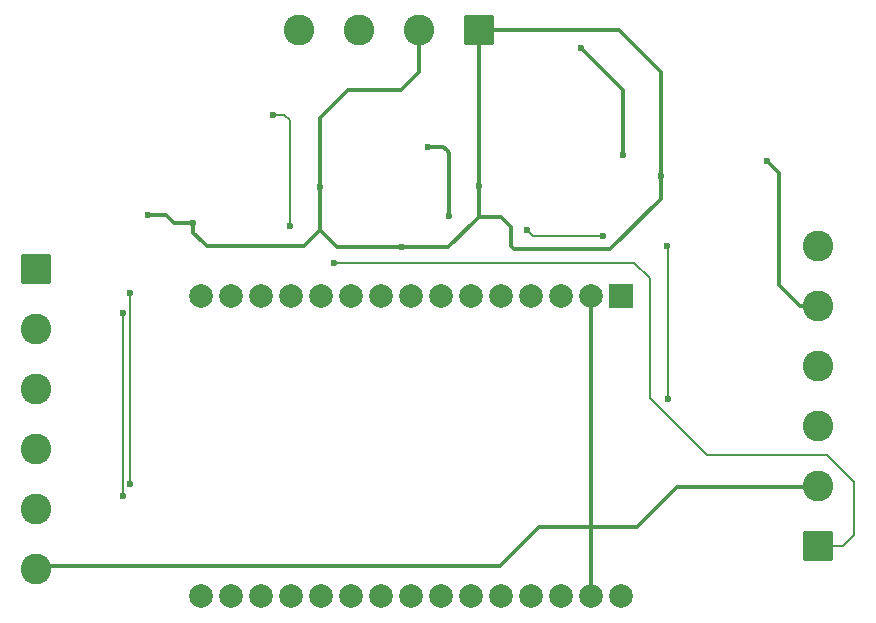
<source format=gbr>
%TF.GenerationSoftware,KiCad,Pcbnew,9.0.6*%
%TF.CreationDate,2025-12-30T05:11:15+05:30*%
%TF.ProjectId,UPS_Switch,5550535f-5377-4697-9463-682e6b696361,rev?*%
%TF.SameCoordinates,Original*%
%TF.FileFunction,Copper,L2,Bot*%
%TF.FilePolarity,Positive*%
%FSLAX46Y46*%
G04 Gerber Fmt 4.6, Leading zero omitted, Abs format (unit mm)*
G04 Created by KiCad (PCBNEW 9.0.6) date 2025-12-30 05:11:15*
%MOMM*%
%LPD*%
G01*
G04 APERTURE LIST*
G04 Aperture macros list*
%AMRoundRect*
0 Rectangle with rounded corners*
0 $1 Rounding radius*
0 $2 $3 $4 $5 $6 $7 $8 $9 X,Y pos of 4 corners*
0 Add a 4 corners polygon primitive as box body*
4,1,4,$2,$3,$4,$5,$6,$7,$8,$9,$2,$3,0*
0 Add four circle primitives for the rounded corners*
1,1,$1+$1,$2,$3*
1,1,$1+$1,$4,$5*
1,1,$1+$1,$6,$7*
1,1,$1+$1,$8,$9*
0 Add four rect primitives between the rounded corners*
20,1,$1+$1,$2,$3,$4,$5,0*
20,1,$1+$1,$4,$5,$6,$7,0*
20,1,$1+$1,$6,$7,$8,$9,0*
20,1,$1+$1,$8,$9,$2,$3,0*%
G04 Aperture macros list end*
%TA.AperFunction,ComponentPad*%
%ADD10R,2.000000X2.000000*%
%TD*%
%TA.AperFunction,ComponentPad*%
%ADD11C,2.000000*%
%TD*%
%TA.AperFunction,ComponentPad*%
%ADD12RoundRect,0.250000X1.050000X1.050000X-1.050000X1.050000X-1.050000X-1.050000X1.050000X-1.050000X0*%
%TD*%
%TA.AperFunction,ComponentPad*%
%ADD13C,2.600000*%
%TD*%
%TA.AperFunction,ComponentPad*%
%ADD14RoundRect,0.250000X1.050000X-1.050000X1.050000X1.050000X-1.050000X1.050000X-1.050000X-1.050000X0*%
%TD*%
%TA.AperFunction,ComponentPad*%
%ADD15RoundRect,0.250000X-1.050000X1.050000X-1.050000X-1.050000X1.050000X-1.050000X1.050000X1.050000X0*%
%TD*%
%TA.AperFunction,ViaPad*%
%ADD16C,0.600000*%
%TD*%
%TA.AperFunction,Conductor*%
%ADD17C,0.300000*%
%TD*%
%TA.AperFunction,Conductor*%
%ADD18C,0.200000*%
%TD*%
G04 APERTURE END LIST*
D10*
%TO.P,U1,1,3V3*%
%TO.N,unconnected-(U1-3V3-Pad1)*%
X90475000Y-45882500D03*
D11*
%TO.P,U1,2,GND*%
%TO.N,GND*%
X87935000Y-45882500D03*
%TO.P,U1,3,D15*%
%TO.N,unconnected-(U1-D15-Pad3)*%
X85395000Y-45882500D03*
%TO.P,U1,4,D2*%
%TO.N,unconnected-(U1-D2-Pad4)*%
X82855000Y-45882500D03*
%TO.P,U1,5,D4*%
%TO.N,unconnected-(U1-D4-Pad5)*%
X80315000Y-45882500D03*
%TO.P,U1,6,RX2*%
%TO.N,unconnected-(U1-RX2-Pad6)*%
X77775000Y-45882500D03*
%TO.P,U1,7,TX2*%
%TO.N,unconnected-(U1-TX2-Pad7)*%
X75235000Y-45882500D03*
%TO.P,U1,8,D5*%
%TO.N,unconnected-(U1-D5-Pad8)*%
X72695000Y-45882500D03*
%TO.P,U1,9,D18*%
%TO.N,unconnected-(U1-D18-Pad9)*%
X70155000Y-45882500D03*
%TO.P,U1,10,D19*%
%TO.N,unconnected-(U1-D19-Pad10)*%
X67615000Y-45882500D03*
%TO.P,U1,11,D21*%
%TO.N,unconnected-(U1-D21-Pad11)*%
X65075000Y-45882500D03*
%TO.P,U1,12,RX0*%
%TO.N,unconnected-(U1-RX0-Pad12)*%
X62535000Y-45882500D03*
%TO.P,U1,13,TX0*%
%TO.N,Net-(U1-TX0)*%
X59995000Y-45882500D03*
%TO.P,U1,14,D22*%
%TO.N,unconnected-(U1-D22-Pad14)*%
X57455000Y-45882500D03*
%TO.P,U1,15,D23*%
%TO.N,unconnected-(U1-D23-Pad15)*%
X54915000Y-45882500D03*
%TO.P,U1,30,VIN*%
%TO.N,+5V*%
X90475000Y-71282500D03*
%TO.P,U1,29,GND*%
%TO.N,GND*%
X87935000Y-71282500D03*
%TO.P,U1,28,D13*%
%TO.N,unconnected-(U1-D13-Pad28)*%
X85395000Y-71282500D03*
%TO.P,U1,27,D12*%
%TO.N,unconnected-(U1-D12-Pad27)*%
X82855000Y-71282500D03*
%TO.P,U1,26,D14*%
%TO.N,unconnected-(U1-D14-Pad26)*%
X80315000Y-71282500D03*
%TO.P,U1,25,D27*%
%TO.N,/LED_3_CTRL*%
X77775000Y-71282500D03*
%TO.P,U1,24,D26*%
%TO.N,/LED_2_CTRL*%
X75235000Y-71282500D03*
%TO.P,U1,23,D25*%
%TO.N,/LED_1_CTRL*%
X72695000Y-71282500D03*
%TO.P,U1,22,D33*%
%TO.N,unconnected-(U1-D33-Pad22)*%
X70155000Y-71282500D03*
%TO.P,U1,21,D32*%
%TO.N,unconnected-(U1-D32-Pad21)*%
X67615000Y-71282500D03*
%TO.P,U1,20,D35*%
%TO.N,unconnected-(U1-D35-Pad20)*%
X65075000Y-71282500D03*
%TO.P,U1,19,D34*%
%TO.N,unconnected-(U1-D34-Pad19)*%
X62535000Y-71282500D03*
%TO.P,U1,18,VN*%
%TO.N,unconnected-(U1-VN-Pad18)*%
X59995000Y-71282500D03*
%TO.P,U1,17,VP*%
%TO.N,unconnected-(U1-VP-Pad17)*%
X57455000Y-71282500D03*
%TO.P,U1,16,EN*%
%TO.N,unconnected-(U1-EN-Pad16)*%
X54915000Y-71282500D03*
%TD*%
D12*
%TO.P,J1,1,Pin_1*%
%TO.N,GND*%
X78415000Y-23357500D03*
D13*
%TO.P,J1,2,Pin_2*%
X73335000Y-23357500D03*
%TO.P,J1,3,Pin_3*%
%TO.N,+5V*%
X68255000Y-23357500D03*
%TO.P,J1,4,Pin_4*%
X63175000Y-23357500D03*
%TD*%
D14*
%TO.P,J4,1,Pin_1*%
%TO.N,/LED_1_VOUT*%
X107160000Y-67010000D03*
D13*
%TO.P,J4,2,Pin_2*%
%TO.N,GND*%
X107160000Y-61930000D03*
%TO.P,J4,3,Pin_3*%
%TO.N,/LED_2_VOUT*%
X107160000Y-56850000D03*
%TO.P,J4,4,Pin_4*%
%TO.N,GND*%
X107160000Y-51770000D03*
%TO.P,J4,5,Pin_5*%
%TO.N,/LED_3_VOUT*%
X107160000Y-46690000D03*
%TO.P,J4,6,Pin_6*%
%TO.N,GND*%
X107160000Y-41610000D03*
%TD*%
D15*
%TO.P,J3,1,Pin_1*%
%TO.N,+5V*%
X40940000Y-43560000D03*
D13*
%TO.P,J3,2,Pin_2*%
X40940000Y-48640000D03*
%TO.P,J3,3,Pin_3*%
%TO.N,/Motor_PWM*%
X40940000Y-53720000D03*
%TO.P,J3,4,Pin_4*%
%TO.N,unconnected-(J3-Pin_4-Pad4)*%
X40940000Y-58800000D03*
%TO.P,J3,5,Pin_5*%
%TO.N,GND*%
X40940000Y-63880000D03*
%TO.P,J3,6,Pin_6*%
X40940000Y-68960000D03*
%TD*%
D16*
%TO.N,+5V*%
X90610000Y-33900000D03*
X87050000Y-24850000D03*
%TO.N,/LED_3_CTRL*%
X94435000Y-54560000D03*
X88910000Y-40785000D03*
X82460000Y-40235000D03*
X94385000Y-41610000D03*
%TO.N,/LED_2_CTRL*%
X48885000Y-61785000D03*
X48885000Y-45560000D03*
%TO.N,/LED_1_CTRL*%
X48285000Y-62785000D03*
X48285000Y-47310000D03*
%TO.N,GND*%
X64975000Y-36627500D03*
X71900000Y-41727500D03*
X93805000Y-35727500D03*
X50405000Y-39007500D03*
X78405000Y-36527500D03*
X54225000Y-39657500D03*
%TO.N,/LED_3_VOUT*%
X102840000Y-34460000D03*
%TO.N,/LED_2_VOUT*%
X75890000Y-39100000D03*
X74130000Y-33222500D03*
%TO.N,/LED_1_VOUT*%
X66140000Y-43040000D03*
X62400000Y-39940000D03*
X61030000Y-30500000D03*
%TD*%
D17*
%TO.N,+5V*%
X87050000Y-24850000D02*
X90610000Y-28410000D01*
X90610000Y-28410000D02*
X90610000Y-33900000D01*
D18*
%TO.N,/LED_3_CTRL*%
X94385000Y-41610000D02*
X94435000Y-41660000D01*
X94435000Y-41660000D02*
X94435000Y-54560000D01*
X82460000Y-40235000D02*
X83010000Y-40785000D01*
X83010000Y-40785000D02*
X88910000Y-40785000D01*
%TO.N,/LED_1_VOUT*%
X66140000Y-43040000D02*
X91565000Y-43040000D01*
X91565000Y-43040000D02*
X92885000Y-44360000D01*
X92885000Y-44360000D02*
X92885000Y-54510000D01*
X110160000Y-66060000D02*
X109210000Y-67010000D01*
X92885000Y-54510000D02*
X97710000Y-59335000D01*
X97710000Y-59335000D02*
X107910000Y-59335000D01*
X107910000Y-59335000D02*
X110160000Y-61585000D01*
X110160000Y-61585000D02*
X110160000Y-66060000D01*
X109210000Y-67010000D02*
X107160000Y-67010000D01*
D17*
%TO.N,GND*%
X87935000Y-65410000D02*
X83535000Y-65410000D01*
X83535000Y-65410000D02*
X80210000Y-68735000D01*
X80210000Y-68735000D02*
X41165000Y-68735000D01*
X41165000Y-68735000D02*
X40940000Y-68960000D01*
D18*
%TO.N,/LED_2_CTRL*%
X48885000Y-45560000D02*
X48885000Y-61785000D01*
%TO.N,/LED_1_CTRL*%
X48285000Y-47310000D02*
X48285000Y-62785000D01*
D17*
%TO.N,GND*%
X87935000Y-65410000D02*
X87935000Y-45882500D01*
X91790000Y-65410000D02*
X87935000Y-65410000D01*
X87935000Y-71282500D02*
X87935000Y-65410000D01*
X107160000Y-61930000D02*
X107100000Y-61990000D01*
X107100000Y-61990000D02*
X95210000Y-61990000D01*
X95210000Y-61990000D02*
X91790000Y-65410000D01*
%TO.N,/LED_3_VOUT*%
X102840000Y-34460000D02*
X103800000Y-35420000D01*
X103800000Y-35420000D02*
X103800000Y-44925000D01*
X103800000Y-44925000D02*
X105565000Y-46690000D01*
X105565000Y-46690000D02*
X107160000Y-46690000D01*
X107100000Y-46750000D02*
X107160000Y-46690000D01*
%TO.N,GND*%
X81160000Y-40040000D02*
X81160000Y-41640000D01*
X54225000Y-40477500D02*
X55025000Y-41277500D01*
X93805000Y-26877500D02*
X90285000Y-23357500D01*
X55375000Y-41627500D02*
X61815000Y-41627500D01*
X89555000Y-41907500D02*
X93805000Y-37657500D01*
X81160000Y-41640000D02*
X81427500Y-41907500D01*
X52605000Y-39657500D02*
X54225000Y-39657500D01*
X80287500Y-39167500D02*
X81160000Y-40040000D01*
X64975000Y-30795000D02*
X67360000Y-28410000D01*
X64985000Y-36637500D02*
X64975000Y-36627500D01*
X73335000Y-26895000D02*
X73335000Y-23357500D01*
X93805000Y-37657500D02*
X93805000Y-35727500D01*
X70965000Y-41727500D02*
X71900000Y-41727500D01*
X64985000Y-40267500D02*
X66445000Y-41727500D01*
X71820000Y-28410000D02*
X73335000Y-26895000D01*
X75845000Y-41727500D02*
X78065000Y-39507500D01*
X61815000Y-41627500D02*
X63625000Y-41627500D01*
X51955000Y-39007500D02*
X52605000Y-39657500D01*
X64975000Y-36627500D02*
X64975000Y-30795000D01*
X66445000Y-41727500D02*
X70965000Y-41727500D01*
X78405000Y-39167500D02*
X80287500Y-39167500D01*
X71900000Y-41727500D02*
X75845000Y-41727500D01*
X78065000Y-39507500D02*
X78405000Y-39167500D01*
X55025000Y-41277500D02*
X55375000Y-41627500D01*
X50405000Y-39007500D02*
X51955000Y-39007500D01*
X63625000Y-41627500D02*
X64985000Y-40267500D01*
X54225000Y-39657500D02*
X54225000Y-40477500D01*
X93805000Y-26877500D02*
X93805000Y-35727500D01*
X78405000Y-36527500D02*
X78415000Y-36517500D01*
X67360000Y-28410000D02*
X71820000Y-28410000D01*
X64985000Y-40267500D02*
X64985000Y-36637500D01*
X90285000Y-23357500D02*
X78415000Y-23357500D01*
X78405000Y-39167500D02*
X78405000Y-36527500D01*
X81427500Y-41907500D02*
X89555000Y-41907500D01*
%TO.N,/LED_2_VOUT*%
X75890000Y-38640000D02*
X75890000Y-39100000D01*
X75402500Y-33222500D02*
X75680000Y-33500000D01*
X74942500Y-33222500D02*
X75402500Y-33222500D01*
X75890000Y-33710000D02*
X75890000Y-38640000D01*
X75680000Y-33500000D02*
X75890000Y-33710000D01*
X74130000Y-33222500D02*
X74942500Y-33222500D01*
D18*
%TO.N,/LED_1_VOUT*%
X61030000Y-30500000D02*
X61920000Y-30500000D01*
X62400000Y-30980000D02*
X62400000Y-39940000D01*
X61920000Y-30500000D02*
X62400000Y-30980000D01*
D17*
%TO.N,GND*%
X78415000Y-36517500D02*
X78415000Y-23357500D01*
%TD*%
M02*

</source>
